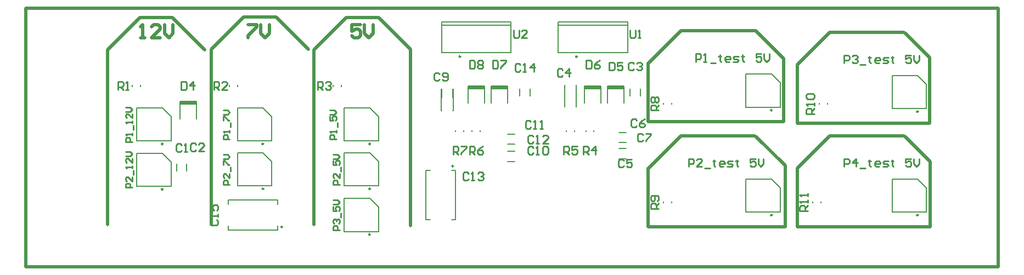
<source format=gto>
G04*
G04 #@! TF.GenerationSoftware,Altium Limited,Altium Designer,21.7.1 (17)*
G04*
G04 Layer_Color=65535*
%FSLAX25Y25*%
%MOIN*%
G70*
G04*
G04 #@! TF.SameCoordinates,69AEE675-6442-4B96-895B-D7522D75E31D*
G04*
G04*
G04 #@! TF.FilePolarity,Positive*
G04*
G01*
G75*
%ADD10C,0.00984*%
%ADD11C,0.01968*%
%ADD12C,0.00787*%
%ADD13C,0.02126*%
%ADD14C,0.01000*%
%ADD15R,0.10039X0.02165*%
%ADD16R,0.10039X0.02165*%
%ADD17R,0.10039X0.02165*%
D10*
X263957Y-29528D02*
G03*
X263957Y-29528I-492J0D01*
G01*
X334823D02*
G03*
X334823Y-29528I-492J0D01*
G01*
X155807Y-133169D02*
G03*
X155807Y-133169I-492J0D01*
G01*
X541988Y-62992D02*
G03*
X541988Y-62992I-492J0D01*
G01*
X453248Y-125984D02*
G03*
X453248Y-125984I-492J0D01*
G01*
X541988D02*
G03*
X541988Y-125984I-492J0D01*
G01*
X453248Y-62131D02*
G03*
X453248Y-62131I-492J0D01*
G01*
X209154Y-82677D02*
G03*
X209154Y-82677I-492J0D01*
G01*
X144350D02*
G03*
X144350Y-82677I-492J0D01*
G01*
X83169D02*
G03*
X83169Y-82677I-492J0D01*
G01*
Y-110236D02*
G03*
X83169Y-110236I-492J0D01*
G01*
X259646Y-96161D02*
G03*
X259646Y-96161I-492J0D01*
G01*
X209154Y-109994D02*
G03*
X209154Y-109994I-492J0D01*
G01*
X144403D02*
G03*
X144403Y-109994I-492J0D01*
G01*
X209154Y-137795D02*
G03*
X209154Y-137795I-492J0D01*
G01*
D11*
X468381Y-70222D02*
X549001D01*
X468381D02*
Y-34435D01*
X468591Y-34435D02*
X488276Y-14750D01*
X533172D01*
X533886Y-15024D02*
X549001Y-30138D01*
Y-70222D02*
Y-30138D01*
X468381Y-133214D02*
X549201D01*
X468381D02*
Y-97427D01*
X468591Y-97427D02*
X488276Y-77742D01*
X533172D01*
X533886Y-78016D02*
X549201Y-93331D01*
Y-133214D02*
Y-93331D01*
X377830Y-133214D02*
X461138D01*
X377830D02*
Y-97427D01*
X378040Y-97427D02*
X397725Y-77742D01*
X442621D01*
X443335Y-78016D02*
X461138Y-95818D01*
Y-133214D02*
Y-95818D01*
X460135Y-69097D02*
Y-30697D01*
X443337Y-13899D02*
X460135Y-30697D01*
X397727Y-13626D02*
X442623D01*
X378042Y-33311D02*
X397727Y-13626D01*
X377832Y-69097D02*
Y-33311D01*
Y-69097D02*
X460135D01*
X214290Y-5702D02*
X233663Y-25075D01*
X174920Y-131947D02*
Y-25387D01*
X194656Y-5651D01*
X112535Y-25211D02*
X132272Y-5474D01*
X112535Y-131770D02*
Y-25211D01*
X151906Y-5526D02*
X171591Y-25211D01*
X49621Y-25387D02*
X69357Y-5651D01*
X49621Y-131947D02*
Y-25387D01*
X88991Y-5702D02*
X108676Y-25387D01*
X233663Y-132593D02*
Y-25075D01*
X194605Y-5702D02*
X214290D01*
X132220Y-5526D02*
X151906D01*
X69306Y-5702D02*
X88991D01*
X0Y0D02*
X590551Y0D01*
X0Y-157480D02*
Y0D01*
X590551Y-157480D02*
Y0D01*
X0Y-157480D02*
X590551Y-157480D01*
D12*
X294528Y-26969D02*
Y-8465D01*
X252402Y-26969D02*
Y-8465D01*
Y-26969D02*
X294528D01*
X252402Y-8465D02*
X294528D01*
X252402Y-10433D02*
X294528D01*
X292538Y-87241D02*
X296868D01*
X292538Y-93540D02*
X296868D01*
X275925Y-75197D02*
Y-74409D01*
X271004Y-75197D02*
Y-74409D01*
X292538Y-76931D02*
X296868D01*
X292538Y-82837D02*
X296868D01*
X265925Y-75197D02*
Y-74409D01*
X261004Y-75197D02*
Y-74409D01*
X292421Y-57874D02*
Y-47362D01*
X282382Y-57874D02*
Y-47362D01*
X292421D01*
X268445D02*
X278484D01*
X268445Y-57874D02*
Y-47362D01*
X278484Y-57874D02*
Y-47362D01*
X259449Y-62598D02*
Y-49213D01*
X252362Y-62598D02*
Y-49213D01*
X259252Y-62598D02*
X259449D01*
X259252Y-54331D02*
Y-49213D01*
X252362Y-62598D02*
X252559D01*
Y-54331D02*
Y-49213D01*
X306299Y-53347D02*
Y-49016D01*
X300000Y-53347D02*
Y-49016D01*
X365394Y-26969D02*
Y-8465D01*
X323268Y-26969D02*
Y-8465D01*
Y-26969D02*
X365394D01*
X323268Y-8465D02*
X365394D01*
X323268Y-10433D02*
X365394D01*
X353248Y-47362D02*
X363287D01*
X353248Y-57874D02*
Y-47362D01*
X363287Y-57874D02*
Y-47362D01*
X339311Y-47362D02*
X349350D01*
X339311Y-57874D02*
Y-47362D01*
X349350Y-57874D02*
Y-47362D01*
X327362Y-51968D02*
Y-46850D01*
X327165Y-60236D02*
X327362D01*
X334055Y-51968D02*
Y-46850D01*
Y-60236D02*
X334252D01*
X327165D02*
Y-46850D01*
X334252Y-60236D02*
Y-46850D01*
X373228Y-53347D02*
Y-49016D01*
X366929Y-53347D02*
Y-49016D01*
X360039Y-91780D02*
X364370D01*
X360039Y-85481D02*
X364370D01*
X360039Y-81693D02*
X364370D01*
X360039Y-75787D02*
X364370D01*
X340059Y-75197D02*
Y-74409D01*
X344980Y-75197D02*
Y-74409D01*
X328248Y-75197D02*
Y-74409D01*
X333169Y-75197D02*
Y-74409D01*
X122835Y-119390D02*
Y-116929D01*
X152756Y-119390D02*
Y-116929D01*
X122835Y-135039D02*
Y-132579D01*
X152756Y-135039D02*
Y-132579D01*
X122835Y-116929D02*
X152756D01*
X122835Y-135039D02*
X152756D01*
X546890Y-61221D02*
Y-46457D01*
X526102Y-41142D02*
X541575D01*
X526102Y-61221D02*
Y-41142D01*
Y-61221D02*
X546890D01*
X541575Y-41142D02*
X546890Y-46457D01*
X458150Y-124213D02*
Y-109449D01*
X437362Y-104134D02*
X452835D01*
X437362Y-124213D02*
Y-104134D01*
Y-124213D02*
X458150D01*
X452835Y-104134D02*
X458150Y-109449D01*
X486713Y-58588D02*
Y-57801D01*
X481791Y-58588D02*
Y-57801D01*
X392224Y-118504D02*
Y-117717D01*
X387303Y-118504D02*
Y-117717D01*
X546890Y-124213D02*
Y-109449D01*
X526102Y-104134D02*
X541575D01*
X526102Y-124213D02*
Y-104134D01*
Y-124213D02*
X546890D01*
X541575Y-104134D02*
X546890Y-109449D01*
X482776Y-118504D02*
Y-117717D01*
X477854Y-118504D02*
Y-117717D01*
X458150Y-60360D02*
Y-45596D01*
X437362Y-40281D02*
X452835D01*
X437362Y-60360D02*
Y-40281D01*
Y-60360D02*
X458150D01*
X452835Y-40281D02*
X458150Y-45596D01*
X392224Y-58588D02*
Y-57801D01*
X387303Y-58588D02*
Y-57801D01*
X64468Y-47638D02*
Y-46850D01*
X69390Y-47638D02*
Y-46850D01*
X208740Y-60827D02*
X214055Y-66142D01*
X193268Y-80905D02*
X214055D01*
X193268D02*
Y-60827D01*
X208740D01*
X214055Y-80905D02*
Y-66142D01*
X143937Y-60827D02*
X149252Y-66142D01*
X128465Y-80905D02*
X149252D01*
X128465D02*
Y-60827D01*
X143937D01*
X149252Y-80905D02*
Y-66142D01*
X88071Y-80905D02*
Y-66142D01*
X67283Y-60827D02*
X82756D01*
X67283Y-80905D02*
Y-60827D01*
Y-80905D02*
X88071D01*
X82756Y-60827D02*
X88071Y-66142D01*
X91535Y-99016D02*
Y-94685D01*
X97441Y-99016D02*
Y-94685D01*
X103445Y-67323D02*
Y-56811D01*
X93405Y-67323D02*
Y-56811D01*
X103445D01*
X88071Y-108465D02*
Y-93701D01*
X67283Y-88386D02*
X82756D01*
X67283Y-108465D02*
Y-88386D01*
Y-108465D02*
X88071D01*
X82756Y-88386D02*
X88071Y-93701D01*
X191437Y-47638D02*
Y-46850D01*
X186516Y-47638D02*
Y-46850D01*
X128445Y-47638D02*
Y-46850D01*
X123524Y-47638D02*
Y-46850D01*
X242913Y-128642D02*
X245374D01*
X242913Y-98721D02*
X245374D01*
X258563Y-128642D02*
X261024D01*
X258563Y-98721D02*
X261024D01*
X242913Y-128642D02*
Y-98721D01*
X261024Y-128642D02*
Y-98721D01*
X214055Y-108222D02*
Y-93459D01*
X193268Y-88144D02*
X208740D01*
X193268Y-108222D02*
Y-88144D01*
Y-108222D02*
X214055D01*
X208740Y-88144D02*
X214055Y-93459D01*
X149304Y-108222D02*
Y-93459D01*
X128517Y-88144D02*
X143989D01*
X128517Y-108222D02*
Y-88144D01*
Y-108222D02*
X149304D01*
X143989Y-88144D02*
X149304Y-93459D01*
X214055Y-136024D02*
Y-121260D01*
X193268Y-115945D02*
X208740D01*
X193268Y-136024D02*
Y-115945D01*
Y-136024D02*
X214055D01*
X208740Y-115945D02*
X214055Y-121260D01*
D13*
X69686Y-18134D02*
X72310D01*
X70998D01*
Y-10262D01*
X69686Y-11574D01*
X81493Y-18134D02*
X76245D01*
X81493Y-12886D01*
Y-11574D01*
X80181Y-10262D01*
X77557D01*
X76245Y-11574D01*
X84117Y-10262D02*
Y-15510D01*
X86741Y-18134D01*
X89364Y-15510D01*
Y-10262D01*
X134804D02*
X140051D01*
Y-11574D01*
X134804Y-16822D01*
Y-18134D01*
X142675Y-10262D02*
Y-15510D01*
X145299Y-18134D01*
X147923Y-15510D01*
Y-10262D01*
X203044D02*
X197796D01*
Y-14198D01*
X200420Y-12886D01*
X201732D01*
X203044Y-14198D01*
Y-16822D01*
X201732Y-18134D01*
X199108D01*
X197796Y-16822D01*
X205667Y-10262D02*
Y-15510D01*
X208291Y-18134D01*
X210915Y-15510D01*
Y-10262D01*
D14*
X112546Y-128831D02*
X111733Y-129645D01*
Y-131271D01*
X112546Y-132085D01*
X115800D01*
X116613Y-131271D01*
Y-129645D01*
X115800Y-128831D01*
X116613Y-127204D02*
Y-125578D01*
Y-126391D01*
X111733D01*
X112546Y-127204D01*
X111733Y-119884D02*
Y-123137D01*
X114173D01*
X113360Y-121511D01*
Y-120697D01*
X114173Y-119884D01*
X115800D01*
X116613Y-120697D01*
Y-122324D01*
X115800Y-123137D01*
X474881Y-123397D02*
X470001D01*
Y-120957D01*
X470814Y-120144D01*
X472441D01*
X473254Y-120957D01*
Y-123397D01*
Y-121771D02*
X474881Y-120144D01*
Y-118517D02*
Y-116890D01*
Y-117703D01*
X470001D01*
X470814Y-118517D01*
X474881Y-114450D02*
Y-112823D01*
Y-113637D01*
X470001D01*
X470814Y-114450D01*
X478818Y-64295D02*
X473938D01*
Y-61855D01*
X474751Y-61041D01*
X476378D01*
X477191Y-61855D01*
Y-64295D01*
Y-62668D02*
X478818Y-61041D01*
Y-59414D02*
Y-57788D01*
Y-58601D01*
X473938D01*
X474751Y-59414D01*
Y-55348D02*
X473938Y-54534D01*
Y-52907D01*
X474751Y-52094D01*
X478005D01*
X478818Y-52907D01*
Y-54534D01*
X478005Y-55348D01*
X474751D01*
X384330Y-122177D02*
X379450D01*
Y-119737D01*
X380263Y-118924D01*
X381890D01*
X382703Y-119737D01*
Y-122177D01*
Y-120550D02*
X384330Y-118924D01*
X383517Y-117297D02*
X384330Y-116483D01*
Y-114857D01*
X383517Y-114043D01*
X380263D01*
X379450Y-114857D01*
Y-116483D01*
X380263Y-117297D01*
X381076D01*
X381890Y-116483D01*
Y-114043D01*
X496910Y-96522D02*
Y-91641D01*
X499350D01*
X500164Y-92455D01*
Y-94081D01*
X499350Y-94895D01*
X496910D01*
X504231Y-96522D02*
Y-91641D01*
X501791Y-94081D01*
X505044D01*
X506671Y-97335D02*
X509924D01*
X512365Y-92455D02*
Y-93268D01*
X511551D01*
X513178D01*
X512365D01*
Y-95708D01*
X513178Y-96522D01*
X518058D02*
X516432D01*
X515618Y-95708D01*
Y-94081D01*
X516432Y-93268D01*
X518058D01*
X518872Y-94081D01*
Y-94895D01*
X515618D01*
X520498Y-96522D02*
X522939D01*
X523752Y-95708D01*
X522939Y-94895D01*
X521312D01*
X520498Y-94081D01*
X521312Y-93268D01*
X523752D01*
X526192Y-92455D02*
Y-93268D01*
X525379D01*
X527005D01*
X526192D01*
Y-95708D01*
X527005Y-96522D01*
X537579Y-91641D02*
X534326D01*
Y-94081D01*
X535953Y-93268D01*
X536766D01*
X537579Y-94081D01*
Y-95708D01*
X536766Y-96522D01*
X535139D01*
X534326Y-95708D01*
X539206Y-91641D02*
Y-94895D01*
X540833Y-96522D01*
X542460Y-94895D01*
Y-91641D01*
X496910Y-33529D02*
Y-28649D01*
X499350D01*
X500164Y-29463D01*
Y-31089D01*
X499350Y-31903D01*
X496910D01*
X501791Y-29463D02*
X502604Y-28649D01*
X504231D01*
X505044Y-29463D01*
Y-30276D01*
X504231Y-31089D01*
X503417D01*
X504231D01*
X505044Y-31903D01*
Y-32716D01*
X504231Y-33529D01*
X502604D01*
X501791Y-32716D01*
X506671Y-34343D02*
X509924D01*
X512365Y-29463D02*
Y-30276D01*
X511551D01*
X513178D01*
X512365D01*
Y-32716D01*
X513178Y-33529D01*
X518058D02*
X516432D01*
X515618Y-32716D01*
Y-31089D01*
X516432Y-30276D01*
X518058D01*
X518872Y-31089D01*
Y-31903D01*
X515618D01*
X520498Y-33529D02*
X522939D01*
X523752Y-32716D01*
X522939Y-31903D01*
X521312D01*
X520498Y-31089D01*
X521312Y-30276D01*
X523752D01*
X526192Y-29463D02*
Y-30276D01*
X525379D01*
X527005D01*
X526192D01*
Y-32716D01*
X527005Y-33529D01*
X537579Y-28649D02*
X534326D01*
Y-31089D01*
X535953Y-30276D01*
X536766D01*
X537579Y-31089D01*
Y-32716D01*
X536766Y-33529D01*
X535139D01*
X534326Y-32716D01*
X539206Y-28649D02*
Y-31903D01*
X540833Y-33529D01*
X542460Y-31903D01*
Y-28649D01*
X402422Y-96522D02*
Y-91641D01*
X404862D01*
X405676Y-92455D01*
Y-94081D01*
X404862Y-94895D01*
X402422D01*
X410556Y-96522D02*
X407302D01*
X410556Y-93268D01*
Y-92455D01*
X409742Y-91641D01*
X408116D01*
X407302Y-92455D01*
X412183Y-97335D02*
X415436D01*
X417876Y-92455D02*
Y-93268D01*
X417063D01*
X418690D01*
X417876D01*
Y-95708D01*
X418690Y-96522D01*
X423570D02*
X421943D01*
X421130Y-95708D01*
Y-94081D01*
X421943Y-93268D01*
X423570D01*
X424383Y-94081D01*
Y-94895D01*
X421130D01*
X426010Y-96522D02*
X428450D01*
X429264Y-95708D01*
X428450Y-94895D01*
X426824D01*
X426010Y-94081D01*
X426824Y-93268D01*
X429264D01*
X431704Y-92455D02*
Y-93268D01*
X430891D01*
X432517D01*
X431704D01*
Y-95708D01*
X432517Y-96522D01*
X443091Y-91641D02*
X439838D01*
Y-94081D01*
X441465Y-93268D01*
X442278D01*
X443091Y-94081D01*
Y-95708D01*
X442278Y-96522D01*
X440651D01*
X439838Y-95708D01*
X444718Y-91641D02*
Y-94895D01*
X446345Y-96522D01*
X447972Y-94895D01*
Y-91641D01*
X384330Y-62261D02*
X379450D01*
Y-59821D01*
X380263Y-59008D01*
X381890D01*
X382703Y-59821D01*
Y-62261D01*
Y-60634D02*
X384330Y-59008D01*
X380263Y-57381D02*
X379450Y-56568D01*
Y-54941D01*
X380263Y-54127D01*
X381076D01*
X381890Y-54941D01*
X382703Y-54127D01*
X383517D01*
X384330Y-54941D01*
Y-56568D01*
X383517Y-57381D01*
X382703D01*
X381890Y-56568D01*
X381076Y-57381D01*
X380263D01*
X381890Y-56568D02*
Y-54941D01*
X406766Y-32669D02*
Y-27788D01*
X409206D01*
X410019Y-28602D01*
Y-30229D01*
X409206Y-31042D01*
X406766D01*
X411646Y-32669D02*
X413273D01*
X412460D01*
Y-27788D01*
X411646Y-28602D01*
X415713Y-33482D02*
X418966D01*
X421407Y-28602D02*
Y-29415D01*
X420593D01*
X422220D01*
X421407D01*
Y-31855D01*
X422220Y-32669D01*
X427100D02*
X425474D01*
X424660Y-31855D01*
Y-30229D01*
X425474Y-29415D01*
X427100D01*
X427914Y-30229D01*
Y-31042D01*
X424660D01*
X429540Y-32669D02*
X431981D01*
X432794Y-31855D01*
X431981Y-31042D01*
X430354D01*
X429540Y-30229D01*
X430354Y-29415D01*
X432794D01*
X435234Y-28602D02*
Y-29415D01*
X434421D01*
X436048D01*
X435234D01*
Y-31855D01*
X436048Y-32669D01*
X446622Y-27788D02*
X443368D01*
Y-30229D01*
X444995Y-29415D01*
X445808D01*
X446622Y-30229D01*
Y-31855D01*
X445808Y-32669D01*
X444181D01*
X443368Y-31855D01*
X448248Y-27788D02*
Y-31042D01*
X449875Y-32669D01*
X451502Y-31042D01*
Y-27788D01*
X103250Y-83044D02*
X102436Y-82230D01*
X100810D01*
X99996Y-83044D01*
Y-86297D01*
X100810Y-87111D01*
X102436D01*
X103250Y-86297D01*
X108130Y-87111D02*
X104877D01*
X108130Y-83857D01*
Y-83044D01*
X107317Y-82230D01*
X105690D01*
X104877Y-83044D01*
X296148Y-13308D02*
Y-17375D01*
X296961Y-18188D01*
X298588D01*
X299401Y-17375D01*
Y-13308D01*
X304282Y-18188D02*
X301028D01*
X304282Y-14935D01*
Y-14121D01*
X303468Y-13308D01*
X301842D01*
X301028Y-14121D01*
X366825Y-13308D02*
Y-17375D01*
X367639Y-18188D01*
X369265D01*
X370079Y-17375D01*
Y-13308D01*
X371706Y-18188D02*
X373332D01*
X372519D01*
Y-13308D01*
X371706Y-14121D01*
X259398Y-89054D02*
Y-84174D01*
X261838D01*
X262651Y-84987D01*
Y-86614D01*
X261838Y-87428D01*
X259398D01*
X261024D02*
X262651Y-89054D01*
X264278Y-84174D02*
X267531D01*
Y-84987D01*
X264278Y-88241D01*
Y-89054D01*
X269398D02*
Y-84174D01*
X271838D01*
X272651Y-84987D01*
Y-86614D01*
X271838Y-87428D01*
X269398D01*
X271024D02*
X272651Y-89054D01*
X277532Y-84174D02*
X275905Y-84987D01*
X274278Y-86614D01*
Y-88241D01*
X275091Y-89054D01*
X276718D01*
X277532Y-88241D01*
Y-87428D01*
X276718Y-86614D01*
X274278D01*
X326642Y-89054D02*
Y-84174D01*
X329082D01*
X329895Y-84987D01*
Y-86614D01*
X329082Y-87428D01*
X326642D01*
X328269D02*
X329895Y-89054D01*
X334776Y-84174D02*
X331522D01*
Y-86614D01*
X333149Y-85801D01*
X333962D01*
X334776Y-86614D01*
Y-88241D01*
X333962Y-89054D01*
X332335D01*
X331522Y-88241D01*
X338453Y-89054D02*
Y-84174D01*
X340893D01*
X341706Y-84987D01*
Y-86614D01*
X340893Y-87428D01*
X338453D01*
X340079D02*
X341706Y-89054D01*
X345773D02*
Y-84174D01*
X343333Y-86614D01*
X346587D01*
X177035Y-49684D02*
Y-44804D01*
X179476D01*
X180289Y-45617D01*
Y-47244D01*
X179476Y-48057D01*
X177035D01*
X178662D02*
X180289Y-49684D01*
X181916Y-45617D02*
X182729Y-44804D01*
X184356D01*
X185169Y-45617D01*
Y-46431D01*
X184356Y-47244D01*
X183543D01*
X184356D01*
X185169Y-48057D01*
Y-48871D01*
X184356Y-49684D01*
X182729D01*
X181916Y-48871D01*
X114043Y-49684D02*
Y-44804D01*
X116483D01*
X117297Y-45617D01*
Y-47244D01*
X116483Y-48057D01*
X114043D01*
X115670D02*
X117297Y-49684D01*
X122177D02*
X118924D01*
X122177Y-46431D01*
Y-45617D01*
X121364Y-44804D01*
X119737D01*
X118924Y-45617D01*
X55802Y-49684D02*
Y-44804D01*
X58242D01*
X59055Y-45617D01*
Y-47244D01*
X58242Y-48057D01*
X55802D01*
X57428D02*
X59055Y-49684D01*
X60682D02*
X62309D01*
X61495D01*
Y-44804D01*
X60682Y-45617D01*
X190616Y-135168D02*
X186680D01*
Y-133200D01*
X187337Y-132544D01*
X188648D01*
X189304Y-133200D01*
Y-135168D01*
X187337Y-131232D02*
X186680Y-130576D01*
Y-129264D01*
X187337Y-128608D01*
X187992D01*
X188648Y-129264D01*
Y-129920D01*
Y-129264D01*
X189304Y-128608D01*
X189960D01*
X190616Y-129264D01*
Y-130576D01*
X189960Y-131232D01*
X191272Y-127296D02*
Y-124672D01*
X186680Y-120737D02*
Y-123360D01*
X188648D01*
X187992Y-122048D01*
Y-121393D01*
X188648Y-120737D01*
X189960D01*
X190616Y-121393D01*
Y-122705D01*
X189960Y-123360D01*
X186680Y-119425D02*
X189304D01*
X190616Y-118113D01*
X189304Y-116801D01*
X186680D01*
X64632Y-109248D02*
X60696D01*
Y-107281D01*
X61352Y-106625D01*
X62664D01*
X63320Y-107281D01*
Y-109248D01*
X64632Y-102689D02*
Y-105313D01*
X62008Y-102689D01*
X61352D01*
X60696Y-103345D01*
Y-104657D01*
X61352Y-105313D01*
X65288Y-101377D02*
Y-98753D01*
X64632Y-97441D02*
Y-96129D01*
Y-96785D01*
X60696D01*
X61352Y-97441D01*
X64632Y-91538D02*
Y-94161D01*
X62008Y-91538D01*
X61352D01*
X60696Y-92194D01*
Y-93506D01*
X61352Y-94161D01*
X60696Y-90226D02*
X63320D01*
X64632Y-88914D01*
X63320Y-87602D01*
X60696D01*
X123687Y-107367D02*
X119751D01*
Y-105399D01*
X120407Y-104743D01*
X121719D01*
X122375Y-105399D01*
Y-107367D01*
X123687Y-100807D02*
Y-103431D01*
X121063Y-100807D01*
X120407D01*
X119751Y-101463D01*
Y-102775D01*
X120407Y-103431D01*
X124343Y-99495D02*
Y-96871D01*
X119751Y-95559D02*
Y-92936D01*
X120407D01*
X123031Y-95559D01*
X123687D01*
X119751Y-91624D02*
X122375D01*
X123687Y-90312D01*
X122375Y-89000D01*
X119751D01*
X190616Y-107367D02*
X186680D01*
Y-105399D01*
X187337Y-104743D01*
X188648D01*
X189304Y-105399D01*
Y-107367D01*
X190616Y-100807D02*
Y-103431D01*
X187992Y-100807D01*
X187337D01*
X186680Y-101463D01*
Y-102775D01*
X187337Y-103431D01*
X191272Y-99495D02*
Y-96871D01*
X186680Y-92936D02*
Y-95559D01*
X188648D01*
X187992Y-94247D01*
Y-93591D01*
X188648Y-92936D01*
X189960D01*
X190616Y-93591D01*
Y-94903D01*
X189960Y-95559D01*
X186680Y-91624D02*
X189304D01*
X190616Y-90312D01*
X189304Y-89000D01*
X186680D01*
X64632Y-81362D02*
X60696D01*
Y-79394D01*
X61352Y-78738D01*
X62664D01*
X63320Y-79394D01*
Y-81362D01*
X64632Y-77426D02*
Y-76114D01*
Y-76770D01*
X60696D01*
X61352Y-77426D01*
X65288Y-74146D02*
Y-71522D01*
X64632Y-70210D02*
Y-68898D01*
Y-69554D01*
X60696D01*
X61352Y-70210D01*
X64632Y-64307D02*
Y-66930D01*
X62008Y-64307D01*
X61352D01*
X60696Y-64963D01*
Y-66274D01*
X61352Y-66930D01*
X60696Y-62995D02*
X63320D01*
X64632Y-61683D01*
X63320Y-60371D01*
X60696D01*
X123687Y-79722D02*
X119751D01*
Y-77754D01*
X120407Y-77098D01*
X121719D01*
X122375Y-77754D01*
Y-79722D01*
X123687Y-75786D02*
Y-74474D01*
Y-75130D01*
X119751D01*
X120407Y-75786D01*
X124343Y-72506D02*
Y-69882D01*
X119751Y-68570D02*
Y-65947D01*
X120407D01*
X123031Y-68570D01*
X123687D01*
X119751Y-64635D02*
X122375D01*
X123687Y-63323D01*
X122375Y-62011D01*
X119751D01*
X188490Y-79722D02*
X184555D01*
Y-77754D01*
X185211Y-77098D01*
X186522D01*
X187178Y-77754D01*
Y-79722D01*
X188490Y-75786D02*
Y-74474D01*
Y-75130D01*
X184555D01*
X185211Y-75786D01*
X189146Y-72506D02*
Y-69882D01*
X184555Y-65947D02*
Y-68570D01*
X186522D01*
X185866Y-67258D01*
Y-66602D01*
X186522Y-65947D01*
X187834D01*
X188490Y-66602D01*
Y-67914D01*
X187834Y-68570D01*
X184555Y-64635D02*
X187178D01*
X188490Y-63323D01*
X187178Y-62011D01*
X184555D01*
X269446Y-31928D02*
Y-36808D01*
X271886D01*
X272700Y-35995D01*
Y-32741D01*
X271886Y-31928D01*
X269446D01*
X274326Y-32741D02*
X275140Y-31928D01*
X276766D01*
X277580Y-32741D01*
Y-33555D01*
X276766Y-34368D01*
X277580Y-35182D01*
Y-35995D01*
X276766Y-36808D01*
X275140D01*
X274326Y-35995D01*
Y-35182D01*
X275140Y-34368D01*
X274326Y-33555D01*
Y-32741D01*
X275140Y-34368D02*
X276766D01*
X283383Y-31928D02*
Y-36808D01*
X285823D01*
X286637Y-35995D01*
Y-32741D01*
X285823Y-31928D01*
X283383D01*
X288263D02*
X291517D01*
Y-32741D01*
X288263Y-35995D01*
Y-36808D01*
X340312Y-31928D02*
Y-36808D01*
X342752D01*
X343566Y-35995D01*
Y-32741D01*
X342752Y-31928D01*
X340312D01*
X348446D02*
X346819Y-32741D01*
X345193Y-34368D01*
Y-35995D01*
X346006Y-36808D01*
X347633D01*
X348446Y-35995D01*
Y-35182D01*
X347633Y-34368D01*
X345193D01*
X354201Y-32993D02*
Y-37873D01*
X356641D01*
X357454Y-37060D01*
Y-33806D01*
X356641Y-32993D01*
X354201D01*
X362335D02*
X359081D01*
Y-35433D01*
X360708Y-34620D01*
X361521D01*
X362335Y-35433D01*
Y-37060D01*
X361521Y-37873D01*
X359894D01*
X359081Y-37060D01*
X94358Y-44804D02*
Y-49684D01*
X96798D01*
X97612Y-48871D01*
Y-45617D01*
X96798Y-44804D01*
X94358D01*
X101679Y-49684D02*
Y-44804D01*
X99239Y-47244D01*
X102492D01*
X300303Y-34594D02*
X299489Y-33780D01*
X297863D01*
X297049Y-34594D01*
Y-37847D01*
X297863Y-38661D01*
X299489D01*
X300303Y-37847D01*
X301929Y-38661D02*
X303556D01*
X302743D01*
Y-33780D01*
X301929Y-34594D01*
X308437Y-38661D02*
Y-33780D01*
X305996Y-36220D01*
X309250D01*
X268807Y-100735D02*
X267993Y-99922D01*
X266367D01*
X265553Y-100735D01*
Y-103989D01*
X266367Y-104802D01*
X267993D01*
X268807Y-103989D01*
X270433Y-104802D02*
X272060D01*
X271247D01*
Y-99922D01*
X270433Y-100735D01*
X274500D02*
X275314Y-99922D01*
X276940D01*
X277754Y-100735D01*
Y-101549D01*
X276940Y-102362D01*
X276127D01*
X276940D01*
X277754Y-103176D01*
Y-103989D01*
X276940Y-104802D01*
X275314D01*
X274500Y-103989D01*
X308177Y-78257D02*
X307363Y-77444D01*
X305737D01*
X304923Y-78257D01*
Y-81511D01*
X305737Y-82324D01*
X307363D01*
X308177Y-81511D01*
X309804Y-82324D02*
X311430D01*
X310617D01*
Y-77444D01*
X309804Y-78257D01*
X317124Y-82324D02*
X313871D01*
X317124Y-79071D01*
Y-78257D01*
X316311Y-77444D01*
X314684D01*
X313871Y-78257D01*
X306628Y-69239D02*
X305815Y-68426D01*
X304188D01*
X303374Y-69239D01*
Y-72493D01*
X304188Y-73306D01*
X305815D01*
X306628Y-72493D01*
X308255Y-73306D02*
X309881D01*
X309068D01*
Y-68426D01*
X308255Y-69239D01*
X312322Y-73306D02*
X313948D01*
X313135D01*
Y-68426D01*
X312322Y-69239D01*
X308177Y-84987D02*
X307363Y-84174D01*
X305737D01*
X304923Y-84987D01*
Y-88241D01*
X305737Y-89054D01*
X307363D01*
X308177Y-88241D01*
X309804Y-89054D02*
X311430D01*
X310617D01*
Y-84174D01*
X309804Y-84987D01*
X313871D02*
X314684Y-84174D01*
X316311D01*
X317124Y-84987D01*
Y-88241D01*
X316311Y-89054D01*
X314684D01*
X313871Y-88241D01*
Y-84987D01*
X251155Y-40106D02*
X250342Y-39292D01*
X248715D01*
X247902Y-40106D01*
Y-43359D01*
X248715Y-44172D01*
X250342D01*
X251155Y-43359D01*
X252782D02*
X253595Y-44172D01*
X255222D01*
X256035Y-43359D01*
Y-40106D01*
X255222Y-39292D01*
X253595D01*
X252782Y-40106D01*
Y-40919D01*
X253595Y-41732D01*
X256035D01*
X374777Y-77113D02*
X373964Y-76300D01*
X372337D01*
X371524Y-77113D01*
Y-80367D01*
X372337Y-81180D01*
X373964D01*
X374777Y-80367D01*
X376404Y-76300D02*
X379658D01*
Y-77113D01*
X376404Y-80367D01*
Y-81180D01*
X370953Y-68379D02*
X370139Y-67565D01*
X368513D01*
X367699Y-68379D01*
Y-71632D01*
X368513Y-72445D01*
X370139D01*
X370953Y-71632D01*
X375833Y-67565D02*
X374206Y-68379D01*
X372580Y-70005D01*
Y-71632D01*
X373393Y-72445D01*
X375020D01*
X375833Y-71632D01*
Y-70819D01*
X375020Y-70005D01*
X372580D01*
X363079Y-92861D02*
X362265Y-92048D01*
X360639D01*
X359825Y-92861D01*
Y-96115D01*
X360639Y-96928D01*
X362265D01*
X363079Y-96115D01*
X367959Y-92048D02*
X364705D01*
Y-94488D01*
X366332Y-93675D01*
X367146D01*
X367959Y-94488D01*
Y-96115D01*
X367146Y-96928D01*
X365519D01*
X364705Y-96115D01*
X325958Y-37743D02*
X325145Y-36930D01*
X323518D01*
X322705Y-37743D01*
Y-40997D01*
X323518Y-41810D01*
X325145D01*
X325958Y-40997D01*
X330025Y-41810D02*
Y-36930D01*
X327585Y-39370D01*
X330839D01*
X369265Y-33806D02*
X368452Y-32993D01*
X366825D01*
X366012Y-33806D01*
Y-37060D01*
X366825Y-37873D01*
X368452D01*
X369265Y-37060D01*
X370892Y-33806D02*
X371706Y-32993D01*
X373332D01*
X374146Y-33806D01*
Y-34620D01*
X373332Y-35433D01*
X372519D01*
X373332D01*
X374146Y-36246D01*
Y-37060D01*
X373332Y-37873D01*
X371706D01*
X370892Y-37060D01*
X94488Y-83413D02*
X93675Y-82599D01*
X92048D01*
X91235Y-83413D01*
Y-86666D01*
X92048Y-87480D01*
X93675D01*
X94488Y-86666D01*
X96115Y-87480D02*
X97742D01*
X96928D01*
Y-82599D01*
X96115Y-83413D01*
D15*
X287382Y-48445D02*
D03*
X273445D02*
D03*
D16*
X358248D02*
D03*
X98405Y-57894D02*
D03*
D17*
X344311Y-48445D02*
D03*
M02*

</source>
